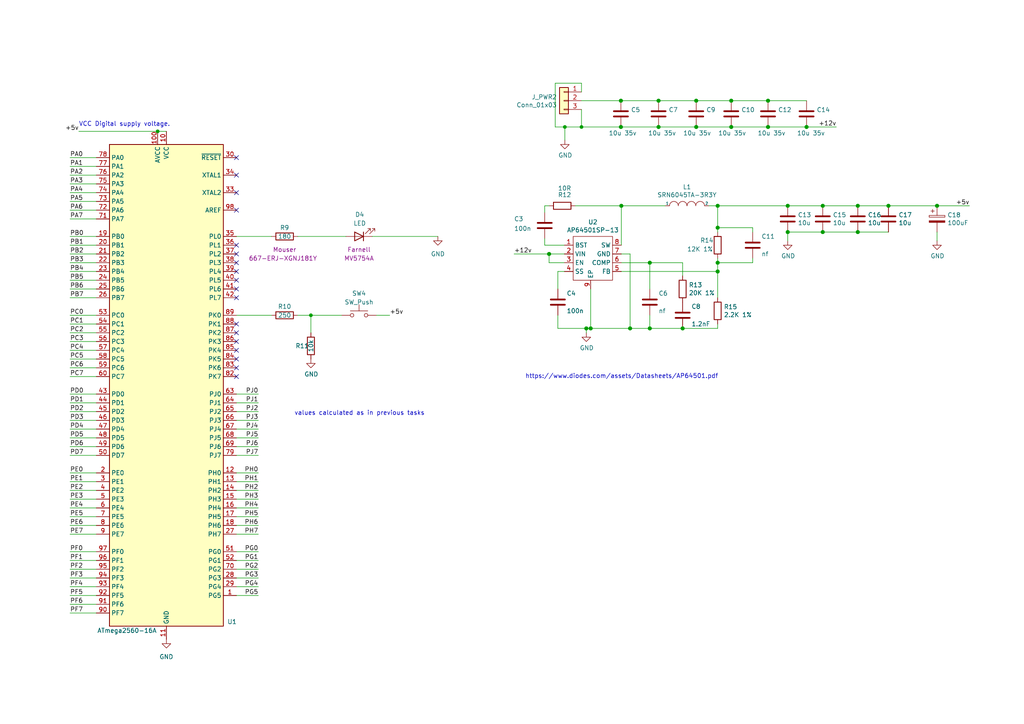
<source format=kicad_sch>
(kicad_sch (version 20210126) (generator eeschema)
  (paper "A4")
  (title_block (title "Basic Schematic 4"))
  (lib_symbols
    (symbol "CM4IO:AP64351"
      (property "Reference" "U" (at 0 8.89 0))
      (property "Value" "AP64351" (at 1.27 6.35 0))
      (symbol "AP64351_0_1"
        (rectangle (start -5.08 5.08) (end 6.35 -7.62))
      )
      (symbol "AP64351_1_1"
        (pin passive line (at -7.62 2.54 0) (length 2.54) (name "BST") (number "1"))
        (pin power_in line (at -7.62 0 0) (length 2.54) (name "VIN") (number "2"))
        (pin input line (at -7.62 -2.54 0) (length 2.54) (name "EN") (number "3"))
        (pin input line (at -7.62 -5.08 0) (length 2.54) (name "SS") (number "4"))
        (pin input line (at 8.89 -5.08 180) (length 2.54) (name "FB") (number "5"))
        (pin input line (at 8.89 -2.54 180) (length 2.54) (name "COMP") (number "6"))
        (pin power_in line (at 8.89 0 180) (length 2.54) (name "GND") (number "7"))
        (pin output line (at 8.89 2.54 180) (length 2.54) (name "SW") (number "8"))
        (pin passive line (at 0 -10.16 90) (length 2.54) (name "EP") (number "9"))
      )
    )
    (symbol "Connector_Generic:Conn_01x03" (pin_names (offset 1.016) hide)
      (property "Reference" "J" (at 0 5.08 0))
      (property "Value" "Conn_01x03" (at 0 -5.08 0))
      (symbol "Conn_01x03_1_1"
        (rectangle (start -1.27 -2.413) (end 0 -2.667) (stroke (width 0.1524)))
        (rectangle (start -1.27 0.127) (end 0 -0.127) (stroke (width 0.1524)))
        (rectangle (start -1.27 2.667) (end 0 2.413) (stroke (width 0.1524)))
        (rectangle (start -1.27 3.81) (end 1.27 -3.81) (stroke (width 0.254)) (fill (type background)))
        (pin passive line (at -5.08 2.54 0) (length 3.81) (name "Pin_1") (number "1"))
        (pin passive line (at -5.08 0 0) (length 3.81) (name "Pin_2") (number "2"))
        (pin passive line (at -5.08 -2.54 0) (length 3.81) (name "Pin_3") (number "3"))
      )
    )
    (symbol "Device:C" (pin_numbers hide) (pin_names (offset 0.254))
      (property "Reference" "C" (at 0.635 2.54 0))
      (property "Value" "C" (at 0.635 -2.54 0))
      (symbol "C_0_1"
        (polyline (pts (xy -2.032 -0.762) (xy 2.032 -0.762)) (stroke (width 0.508)))
        (polyline (pts (xy -2.032 0.762) (xy 2.032 0.762)) (stroke (width 0.508)))
      )
      (symbol "C_1_1"
        (pin passive line (at 0 3.81 270) (length 2.794) (name "~") (number "1"))
        (pin passive line (at 0 -3.81 90) (length 2.794) (name "~") (number "2"))
      )
    )
    (symbol "Device:CP" (pin_numbers hide) (pin_names (offset 0.254))
      (property "Reference" "C" (at 0.635 2.54 0))
      (property "Value" "CP" (at 0.635 -2.54 0))
      (symbol "CP_0_1"
        (rectangle (start -2.286 0.508) (end 2.286 1.016))
        (rectangle (start 2.286 -0.508) (end -2.286 -1.016) (fill (type outline)))
        (polyline (pts (xy -1.778 2.286) (xy -0.762 2.286)))
        (polyline (pts (xy -1.27 2.794) (xy -1.27 1.778)))
      )
      (symbol "CP_1_1"
        (pin passive line (at 0 3.81 270) (length 2.794) (name "~") (number "1"))
        (pin passive line (at 0 -3.81 90) (length 2.794) (name "~") (number "2"))
      )
    )
    (symbol "Device:LED" (pin_numbers hide) (pin_names (offset 1.016) hide)
      (property "Reference" "D" (at 0 2.54 0))
      (property "Value" "LED" (at 0 -2.54 0))
      (symbol "LED_0_1"
        (polyline (pts (xy -1.27 -1.27) (xy -1.27 1.27)) (stroke (width 0.254)))
        (polyline (pts (xy -1.27 0) (xy 1.27 0)))
        (polyline (pts (xy 1.27 -1.27) (xy 1.27 1.27) (xy -1.27 0) (xy 1.27 -1.27)) (stroke (width 0.254)))
        (polyline (pts (xy -3.048 -0.762) (xy -4.572 -2.286) (xy -3.81 -2.286) (xy -4.572 -2.286) (xy -4.572 -1.524)))
        (polyline (pts (xy -1.778 -0.762) (xy -3.302 -2.286) (xy -2.54 -2.286) (xy -3.302 -2.286) (xy -3.302 -1.524)))
      )
      (symbol "LED_1_1"
        (pin passive line (at -3.81 0 0) (length 2.54) (name "K") (number "1"))
        (pin passive line (at 3.81 0 180) (length 2.54) (name "A") (number "2"))
      )
    )
    (symbol "Device:R" (pin_numbers hide) (pin_names (offset 0))
      (property "Reference" "R" (at 2.032 0 90))
      (property "Value" "R" (at 0 0 90))
      (symbol "R_0_1"
        (rectangle (start -1.016 -2.54) (end 1.016 2.54) (stroke (width 0.254)))
      )
      (symbol "R_1_1"
        (pin passive line (at 0 3.81 270) (length 1.27) (name "~") (number "1"))
        (pin passive line (at 0 -3.81 90) (length 1.27) (name "~") (number "2"))
      )
    )
    (symbol "MCU_Microchip_ATmega:ATmega2560-16A"
      (property "Reference" "U" (at 0 1.27 0))
      (property "Value" "ATmega2560-16A" (at 0 -1.27 0))
      (symbol "ATmega2560-16A_0_1"
        (rectangle (start -16.51 -69.85) (end 16.51 69.85) (stroke (width 0.254)) (fill (type background)))
      )
      (symbol "ATmega2560-16A_1_1"
        (pin bidirectional line (at -20.32 -60.96 0) (length 3.81) (name "PG5") (number "1"))
        (pin power_in line (at 0 73.66 270) (length 3.81) (name "VCC") (number "10"))
        (pin power_in line (at 2.54 73.66 270) (length 3.81) (name "AVCC") (number "100"))
        (pin power_in line (at 0 -73.66 90) (length 3.81) (name "GND") (number "11"))
        (pin bidirectional line (at -20.32 -25.4 0) (length 3.81) (name "PH0") (number "12"))
        (pin bidirectional line (at -20.32 -27.94 0) (length 3.81) (name "PH1") (number "13"))
        (pin bidirectional line (at -20.32 -30.48 0) (length 3.81) (name "PH2") (number "14"))
        (pin bidirectional line (at -20.32 -33.02 0) (length 3.81) (name "PH3") (number "15"))
        (pin bidirectional line (at -20.32 -35.56 0) (length 3.81) (name "PH4") (number "16"))
        (pin bidirectional line (at -20.32 -38.1 0) (length 3.81) (name "PH5") (number "17"))
        (pin bidirectional line (at -20.32 -40.64 0) (length 3.81) (name "PH6") (number "18"))
        (pin bidirectional line (at 20.32 43.18 180) (length 3.81) (name "PB0") (number "19"))
        (pin bidirectional line (at 20.32 -25.4 180) (length 3.81) (name "PE0") (number "2"))
        (pin bidirectional line (at 20.32 40.64 180) (length 3.81) (name "PB1") (number "20"))
        (pin bidirectional line (at 20.32 38.1 180) (length 3.81) (name "PB2") (number "21"))
        (pin bidirectional line (at 20.32 35.56 180) (length 3.81) (name "PB3") (number "22"))
        (pin bidirectional line (at 20.32 33.02 180) (length 3.81) (name "PB4") (number "23"))
        (pin bidirectional line (at 20.32 30.48 180) (length 3.81) (name "PB5") (number "24"))
        (pin bidirectional line (at 20.32 27.94 180) (length 3.81) (name "PB6") (number "25"))
        (pin bidirectional line (at 20.32 25.4 180) (length 3.81) (name "PB7") (number "26"))
        (pin bidirectional line (at -20.32 -43.18 0) (length 3.81) (name "PH7") (number "27"))
        (pin bidirectional line (at -20.32 -55.88 0) (length 3.81) (name "PG3") (number "28"))
        (pin bidirectional line (at -20.32 -58.42 0) (length 3.81) (name "PG4") (number "29"))
        (pin bidirectional line (at 20.32 -27.94 180) (length 3.81) (name "PE1") (number "3"))
        (pin input line (at -20.32 66.04 0) (length 3.81) (name "~RESET") (number "30"))
        (pin passive line (at 0 73.66 270) (length 3.81) hide (name "VCC") (number "31"))
        (pin passive line (at 0 -73.66 90) (length 3.81) hide (name "GND") (number "32"))
        (pin output line (at -20.32 55.88 0) (length 3.81) (name "XTAL2") (number "33"))
        (pin input line (at -20.32 60.96 0) (length 3.81) (name "XTAL1") (number "34"))
        (pin bidirectional line (at -20.32 43.18 0) (length 3.81) (name "PL0") (number "35"))
        (pin bidirectional line (at -20.32 40.64 0) (length 3.81) (name "PL1") (number "36"))
        (pin bidirectional line (at -20.32 38.1 0) (length 3.81) (name "PL2") (number "37"))
        (pin bidirectional line (at -20.32 35.56 0) (length 3.81) (name "PL3") (number "38"))
        (pin bidirectional line (at -20.32 33.02 0) (length 3.81) (name "PL4") (number "39"))
        (pin bidirectional line (at 20.32 -30.48 180) (length 3.81) (name "PE2") (number "4"))
        (pin bidirectional line (at -20.32 30.48 0) (length 3.81) (name "PL5") (number "40"))
        (pin bidirectional line (at -20.32 27.94 0) (length 3.81) (name "PL6") (number "41"))
        (pin bidirectional line (at -20.32 25.4 0) (length 3.81) (name "PL7") (number "42"))
        (pin bidirectional line (at 20.32 -2.54 180) (length 3.81) (name "PD0") (number "43"))
        (pin bidirectional line (at 20.32 -5.08 180) (length 3.81) (name "PD1") (number "44"))
        (pin bidirectional line (at 20.32 -7.62 180) (length 3.81) (name "PD2") (number "45"))
        (pin bidirectional line (at 20.32 -10.16 180) (length 3.81) (name "PD3") (number "46"))
        (pin bidirectional line (at 20.32 -12.7 180) (length 3.81) (name "PD4") (number "47"))
        (pin bidirectional line (at 20.32 -15.24 180) (length 3.81) (name "PD5") (number "48"))
        (pin bidirectional line (at 20.32 -17.78 180) (length 3.81) (name "PD6") (number "49"))
        (pin bidirectional line (at 20.32 -33.02 180) (length 3.81) (name "PE3") (number "5"))
        (pin bidirectional line (at 20.32 -20.32 180) (length 3.81) (name "PD7") (number "50"))
        (pin bidirectional line (at -20.32 -48.26 0) (length 3.81) (name "PG0") (number "51"))
        (pin bidirectional line (at -20.32 -50.8 0) (length 3.81) (name "PG1") (number "52"))
        (pin bidirectional line (at 20.32 20.32 180) (length 3.81) (name "PC0") (number "53"))
        (pin bidirectional line (at 20.32 17.78 180) (length 3.81) (name "PC1") (number "54"))
        (pin bidirectional line (at 20.32 15.24 180) (length 3.81) (name "PC2") (number "55"))
        (pin bidirectional line (at 20.32 12.7 180) (length 3.81) (name "PC3") (number "56"))
        (pin bidirectional line (at 20.32 10.16 180) (length 3.81) (name "PC4") (number "57"))
        (pin bidirectional line (at 20.32 7.62 180) (length 3.81) (name "PC5") (number "58"))
        (pin bidirectional line (at 20.32 5.08 180) (length 3.81) (name "PC6") (number "59"))
        (pin bidirectional line (at 20.32 -35.56 180) (length 3.81) (name "PE4") (number "6"))
        (pin bidirectional line (at 20.32 2.54 180) (length 3.81) (name "PC7") (number "60"))
        (pin passive line (at 0 73.66 270) (length 3.81) hide (name "VCC") (number "61"))
        (pin passive line (at 0 -73.66 90) (length 3.81) hide (name "GND") (number "62"))
        (pin bidirectional line (at -20.32 -2.54 0) (length 3.81) (name "PJ0") (number "63"))
        (pin bidirectional line (at -20.32 -5.08 0) (length 3.81) (name "PJ1") (number "64"))
        (pin bidirectional line (at -20.32 -7.62 0) (length 3.81) (name "PJ2") (number "65"))
        (pin bidirectional line (at -20.32 -10.16 0) (length 3.81) (name "PJ3") (number "66"))
        (pin bidirectional line (at -20.32 -12.7 0) (length 3.81) (name "PJ4") (number "67"))
        (pin bidirectional line (at -20.32 -15.24 0) (length 3.81) (name "PJ5") (number "68"))
        (pin bidirectional line (at -20.32 -17.78 0) (length 3.81) (name "PJ6") (number "69"))
        (pin bidirectional line (at 20.32 -38.1 180) (length 3.81) (name "PE5") (number "7"))
        (pin bidirectional line (at -20.32 -53.34 0) (length 3.81) (name "PG2") (number "70"))
        (pin bidirectional line (at 20.32 48.26 180) (length 3.81) (name "PA7") (number "71"))
        (pin bidirectional line (at 20.32 50.8 180) (length 3.81) (name "PA6") (number "72"))
        (pin bidirectional line (at 20.32 53.34 180) (length 3.81) (name "PA5") (number "73"))
        (pin bidirectional line (at 20.32 55.88 180) (length 3.81) (name "PA4") (number "74"))
        (pin bidirectional line (at 20.32 58.42 180) (length 3.81) (name "PA3") (number "75"))
        (pin bidirectional line (at 20.32 60.96 180) (length 3.81) (name "PA2") (number "76"))
        (pin bidirectional line (at 20.32 63.5 180) (length 3.81) (name "PA1") (number "77"))
        (pin bidirectional line (at 20.32 66.04 180) (length 3.81) (name "PA0") (number "78"))
        (pin bidirectional line (at -20.32 -20.32 0) (length 3.81) (name "PJ7") (number "79"))
        (pin bidirectional line (at 20.32 -40.64 180) (length 3.81) (name "PE6") (number "8"))
        (pin passive line (at 0 73.66 270) (length 3.81) hide (name "VCC") (number "80"))
        (pin passive line (at 0 -73.66 90) (length 3.81) hide (name "GND") (number "81"))
        (pin bidirectional line (at -20.32 2.54 0) (length 3.81) (name "PK7") (number "82"))
        (pin bidirectional line (at -20.32 5.08 0) (length 3.81) (name "PK6") (number "83"))
        (pin bidirectional line (at -20.32 7.62 0) (length 3.81) (name "PK5") (number "84"))
        (pin bidirectional line (at -20.32 10.16 0) (length 3.81) (name "PK4") (number "85"))
        (pin bidirectional line (at -20.32 12.7 0) (length 3.81) (name "PK3") (number "86"))
        (pin bidirectional line (at -20.32 15.24 0) (length 3.81) (name "PK2") (number "87"))
        (pin bidirectional line (at -20.32 17.78 0) (length 3.81) (name "PK1") (number "88"))
        (pin bidirectional line (at -20.32 20.32 0) (length 3.81) (name "PK0") (number "89"))
        (pin bidirectional line (at 20.32 -43.18 180) (length 3.81) (name "PE7") (number "9"))
        (pin bidirectional line (at 20.32 -66.04 180) (length 3.81) (name "PF7") (number "90"))
        (pin bidirectional line (at 20.32 -63.5 180) (length 3.81) (name "PF6") (number "91"))
        (pin bidirectional line (at 20.32 -60.96 180) (length 3.81) (name "PF5") (number "92"))
        (pin bidirectional line (at 20.32 -58.42 180) (length 3.81) (name "PF4") (number "93"))
        (pin bidirectional line (at 20.32 -55.88 180) (length 3.81) (name "PF3") (number "94"))
        (pin bidirectional line (at 20.32 -53.34 180) (length 3.81) (name "PF2") (number "95"))
        (pin bidirectional line (at 20.32 -50.8 180) (length 3.81) (name "PF1") (number "96"))
        (pin bidirectional line (at 20.32 -48.26 180) (length 3.81) (name "PF0") (number "97"))
        (pin passive line (at -20.32 50.8 0) (length 3.81) (name "AREF") (number "98"))
        (pin passive line (at 0 -73.66 90) (length 3.81) hide (name "GND") (number "99"))
      )
    )
    (symbol "Switch:SW_Push" (pin_numbers hide) (pin_names (offset 1.016) hide)
      (property "Reference" "SW" (at 1.27 2.54 0))
      (property "Value" "SW_Push" (at 0 -1.524 0))
      (symbol "SW_Push_0_1"
        (circle (center -2.032 0) (radius 0.508))
        (circle (center 2.032 0) (radius 0.508))
        (polyline (pts (xy 0 1.27) (xy 0 3.048)))
        (polyline (pts (xy 2.54 1.27) (xy -2.54 1.27)))
        (pin passive line (at -5.08 0 0) (length 2.54) (name "1") (number "1"))
        (pin passive line (at 5.08 0 180) (length 2.54) (name "2") (number "2"))
      )
    )
    (symbol "power:GND" (power) (pin_names (offset 0))
      (property "Value" "GND" (at 0 -3.81 0))
      (symbol "GND_0_1"
        (polyline (pts (xy 0 0) (xy 0 -1.27) (xy 1.27 -1.27) (xy 0 -2.54) (xy -1.27 -1.27) (xy 0 -1.27)))
      )
      (symbol "GND_1_1"
        (pin power_in line (at 0 0 270) (length 0) hide (name "GND") (number "1"))
      )
    )
    (symbol "pspice:INDUCTOR" (pin_numbers hide) (pin_names (offset 0))
      (property "Reference" "L" (at 0 2.54 0))
      (property "Value" "INDUCTOR" (at 0 -1.27 0))
      (symbol "INDUCTOR_0_1"
        (arc (start -2.54 0) (end -5.08 0) (radius (at -3.81 0) (length 1.27) (angles 0.1 179.9)))
        (arc (start 0 0) (end -2.54 0) (radius (at -1.27 0) (length 1.27) (angles 0.1 179.9)))
        (arc (start 2.54 0) (end 0 0) (radius (at 1.27 0) (length 1.27) (angles 0.1 179.9)))
        (arc (start 5.08 0) (end 2.54 0) (radius (at 3.81 0) (length 1.27) (angles 0.1 179.9)))
      )
      (symbol "INDUCTOR_1_1"
        (pin input line (at -6.35 0 0) (length 1.27) (name "1") (number "1"))
        (pin input line (at 6.35 0 180) (length 1.27) (name "2") (number "2"))
      )
    )
  )
  (junction (at 45.72 38.1) (diameter 0.9144))
  (junction (at 90.17 91.44) (diameter 0.9144))
  (junction (at 159.258 73.66) (diameter 1.016))
  (junction (at 163.83 36.83) (diameter 0.9144))
  (junction (at 168.656 36.83) (diameter 0.9144))
  (junction (at 170.053 95.25) (diameter 1.016))
  (junction (at 171.323 95.25) (diameter 1.016))
  (junction (at 180.086 29.21) (diameter 1.016))
  (junction (at 180.086 36.83) (diameter 1.016))
  (junction (at 180.213 59.69) (diameter 1.016))
  (junction (at 182.753 95.25) (diameter 1.016))
  (junction (at 188.468 76.2) (diameter 1.016))
  (junction (at 188.468 95.25) (diameter 1.016))
  (junction (at 191.008 29.21) (diameter 1.016))
  (junction (at 191.008 36.83) (diameter 1.016))
  (junction (at 197.993 95.25) (diameter 1.016))
  (junction (at 201.93 29.21) (diameter 1.016))
  (junction (at 201.93 36.83) (diameter 1.016))
  (junction (at 208.153 59.69) (diameter 1.016))
  (junction (at 208.153 66.04) (diameter 1.016))
  (junction (at 208.153 76.2) (diameter 1.016))
  (junction (at 208.153 78.74) (diameter 1.016))
  (junction (at 212.09 29.21) (diameter 1.016))
  (junction (at 212.09 36.83) (diameter 1.016))
  (junction (at 222.758 29.21) (diameter 1.016))
  (junction (at 222.758 36.83) (diameter 1.016))
  (junction (at 228.473 59.69) (diameter 1.016))
  (junction (at 228.473 67.31) (diameter 1.016))
  (junction (at 233.934 36.83) (diameter 1.016))
  (junction (at 238.633 59.69) (diameter 1.016))
  (junction (at 238.633 67.31) (diameter 1.016))
  (junction (at 248.793 59.69) (diameter 1.016))
  (junction (at 248.793 67.31) (diameter 1.016))
  (junction (at 257.683 59.69) (diameter 1.016))
  (junction (at 271.78 59.69) (diameter 1.016))
  (no_connect (at 68.58 45.72))
  (no_connect (at 68.58 50.8))
  (no_connect (at 68.58 55.88))
  (no_connect (at 68.58 60.96))
  (no_connect (at 68.58 71.12))
  (no_connect (at 68.58 73.66))
  (no_connect (at 68.58 76.2))
  (no_connect (at 68.58 78.74))
  (no_connect (at 68.58 81.28))
  (no_connect (at 68.58 83.82))
  (no_connect (at 68.58 86.36))
  (no_connect (at 68.58 93.98))
  (no_connect (at 68.58 96.52))
  (no_connect (at 68.58 99.06))
  (no_connect (at 68.58 101.6))
  (no_connect (at 68.58 104.14))
  (no_connect (at 68.58 106.68))
  (no_connect (at 68.58 109.22))
  (wire (pts (xy 27.94 45.72) (xy 20.32 45.72)))
  (wire (pts (xy 27.94 48.26) (xy 20.32 48.26)))
  (wire (pts (xy 27.94 50.8) (xy 20.32 50.8)))
  (wire (pts (xy 27.94 53.34) (xy 20.32 53.34)))
  (wire (pts (xy 27.94 55.88) (xy 20.32 55.88)))
  (wire (pts (xy 27.94 58.42) (xy 20.32 58.42)))
  (wire (pts (xy 27.94 60.96) (xy 20.32 60.96)))
  (wire (pts (xy 27.94 63.5) (xy 20.32 63.5)))
  (wire (pts (xy 27.94 68.58) (xy 20.32 68.58)))
  (wire (pts (xy 27.94 71.12) (xy 20.32 71.12)))
  (wire (pts (xy 27.94 73.66) (xy 20.32 73.66)))
  (wire (pts (xy 27.94 76.2) (xy 20.32 76.2)))
  (wire (pts (xy 27.94 78.74) (xy 20.32 78.74)))
  (wire (pts (xy 27.94 81.28) (xy 20.32 81.28)))
  (wire (pts (xy 27.94 83.82) (xy 20.32 83.82)))
  (wire (pts (xy 27.94 86.36) (xy 20.32 86.36)))
  (wire (pts (xy 27.94 91.44) (xy 20.32 91.44)))
  (wire (pts (xy 27.94 93.98) (xy 20.32 93.98)))
  (wire (pts (xy 27.94 96.52) (xy 20.32 96.52)))
  (wire (pts (xy 27.94 99.06) (xy 20.32 99.06)))
  (wire (pts (xy 27.94 101.6) (xy 20.32 101.6)))
  (wire (pts (xy 27.94 104.14) (xy 20.32 104.14)))
  (wire (pts (xy 27.94 106.68) (xy 20.32 106.68)))
  (wire (pts (xy 27.94 109.22) (xy 20.32 109.22)))
  (wire (pts (xy 27.94 114.3) (xy 20.32 114.3)))
  (wire (pts (xy 27.94 116.84) (xy 20.32 116.84)))
  (wire (pts (xy 27.94 119.38) (xy 20.32 119.38)))
  (wire (pts (xy 27.94 121.92) (xy 20.32 121.92)))
  (wire (pts (xy 27.94 124.46) (xy 20.32 124.46)))
  (wire (pts (xy 27.94 127) (xy 20.32 127)))
  (wire (pts (xy 27.94 129.54) (xy 20.32 129.54)))
  (wire (pts (xy 27.94 132.08) (xy 20.32 132.08)))
  (wire (pts (xy 27.94 137.16) (xy 20.32 137.16)))
  (wire (pts (xy 27.94 139.7) (xy 20.32 139.7)))
  (wire (pts (xy 27.94 142.24) (xy 20.32 142.24)))
  (wire (pts (xy 27.94 144.78) (xy 20.32 144.78)))
  (wire (pts (xy 27.94 147.32) (xy 20.32 147.32)))
  (wire (pts (xy 27.94 149.86) (xy 20.32 149.86)))
  (wire (pts (xy 27.94 152.4) (xy 20.32 152.4)))
  (wire (pts (xy 27.94 154.94) (xy 20.32 154.94)))
  (wire (pts (xy 27.94 160.02) (xy 20.32 160.02)))
  (wire (pts (xy 27.94 162.56) (xy 20.32 162.56)))
  (wire (pts (xy 27.94 165.1) (xy 20.32 165.1)))
  (wire (pts (xy 27.94 167.64) (xy 20.32 167.64)))
  (wire (pts (xy 27.94 170.18) (xy 20.32 170.18)))
  (wire (pts (xy 27.94 172.72) (xy 20.32 172.72)))
  (wire (pts (xy 27.94 175.26) (xy 20.32 175.26)))
  (wire (pts (xy 27.94 177.8) (xy 20.32 177.8)))
  (wire (pts (xy 45.72 38.1) (xy 22.86 38.1)))
  (wire (pts (xy 45.72 38.1) (xy 48.26 38.1)))
  (wire (pts (xy 68.58 68.58) (xy 78.74 68.58)))
  (wire (pts (xy 68.58 91.44) (xy 78.74 91.44)))
  (wire (pts (xy 68.58 114.3) (xy 74.93 114.3)))
  (wire (pts (xy 68.58 116.84) (xy 74.93 116.84)))
  (wire (pts (xy 68.58 119.38) (xy 74.93 119.38)))
  (wire (pts (xy 68.58 121.92) (xy 74.93 121.92)))
  (wire (pts (xy 68.58 124.46) (xy 74.93 124.46)))
  (wire (pts (xy 68.58 127) (xy 74.93 127)))
  (wire (pts (xy 68.58 129.54) (xy 74.93 129.54)))
  (wire (pts (xy 68.58 132.08) (xy 74.93 132.08)))
  (wire (pts (xy 68.58 137.16) (xy 74.93 137.16)))
  (wire (pts (xy 68.58 139.7) (xy 74.93 139.7)))
  (wire (pts (xy 68.58 142.24) (xy 74.93 142.24)))
  (wire (pts (xy 68.58 144.78) (xy 74.93 144.78)))
  (wire (pts (xy 68.58 147.32) (xy 74.93 147.32)))
  (wire (pts (xy 68.58 149.86) (xy 74.93 149.86)))
  (wire (pts (xy 68.58 152.4) (xy 74.93 152.4)))
  (wire (pts (xy 68.58 154.94) (xy 74.93 154.94)))
  (wire (pts (xy 68.58 160.02) (xy 74.93 160.02)))
  (wire (pts (xy 68.58 162.56) (xy 74.93 162.56)))
  (wire (pts (xy 68.58 165.1) (xy 74.93 165.1)))
  (wire (pts (xy 68.58 167.64) (xy 74.93 167.64)))
  (wire (pts (xy 68.58 170.18) (xy 74.93 170.18)))
  (wire (pts (xy 68.58 172.72) (xy 74.93 172.72)))
  (wire (pts (xy 86.36 68.58) (xy 100.33 68.58)))
  (wire (pts (xy 86.36 91.44) (xy 90.17 91.44)))
  (wire (pts (xy 90.17 91.44) (xy 90.17 96.52)))
  (wire (pts (xy 90.17 91.44) (xy 99.06 91.44)))
  (wire (pts (xy 107.95 68.58) (xy 127 68.58)))
  (wire (pts (xy 109.22 91.44) (xy 113.03 91.44)))
  (wire (pts (xy 149.098 73.66) (xy 159.258 73.66)))
  (wire (pts (xy 157.988 59.69) (xy 159.258 59.69)))
  (wire (pts (xy 157.988 61.595) (xy 157.988 59.69)))
  (wire (pts (xy 157.988 69.215) (xy 157.988 71.12)))
  (wire (pts (xy 157.988 71.12) (xy 163.703 71.12)))
  (wire (pts (xy 159.258 73.66) (xy 159.258 76.2)))
  (wire (pts (xy 159.258 73.66) (xy 163.703 73.66)))
  (wire (pts (xy 159.258 76.2) (xy 163.703 76.2)))
  (wire (pts (xy 161.036 24.13) (xy 161.036 36.83)))
  (wire (pts (xy 161.036 36.83) (xy 163.83 36.83)))
  (wire (pts (xy 161.798 78.74) (xy 161.798 83.82)))
  (wire (pts (xy 161.798 91.44) (xy 161.798 95.25)))
  (wire (pts (xy 161.798 95.25) (xy 170.053 95.25)))
  (wire (pts (xy 163.703 78.74) (xy 161.798 78.74)))
  (wire (pts (xy 163.83 36.83) (xy 163.83 40.64)))
  (wire (pts (xy 163.83 36.83) (xy 168.656 36.83)))
  (wire (pts (xy 166.878 59.69) (xy 180.213 59.69)))
  (wire (pts (xy 168.656 24.13) (xy 161.036 24.13)))
  (wire (pts (xy 168.656 26.67) (xy 168.656 24.13)))
  (wire (pts (xy 168.656 29.21) (xy 180.086 29.21)))
  (wire (pts (xy 168.656 36.83) (xy 168.656 31.75)))
  (wire (pts (xy 168.656 36.83) (xy 180.086 36.83)))
  (wire (pts (xy 170.053 95.25) (xy 171.323 95.25)))
  (wire (pts (xy 170.053 96.52) (xy 170.053 95.25)))
  (wire (pts (xy 171.323 83.82) (xy 171.323 95.25)))
  (wire (pts (xy 171.323 95.25) (xy 182.753 95.25)))
  (wire (pts (xy 180.086 29.21) (xy 191.008 29.21)))
  (wire (pts (xy 180.086 36.83) (xy 191.008 36.83)))
  (wire (pts (xy 180.213 59.69) (xy 180.213 71.12)))
  (wire (pts (xy 180.213 59.69) (xy 192.913 59.69)))
  (wire (pts (xy 180.213 73.66) (xy 182.753 73.66)))
  (wire (pts (xy 180.213 76.2) (xy 188.468 76.2)))
  (wire (pts (xy 180.213 78.74) (xy 208.153 78.74)))
  (wire (pts (xy 182.753 73.66) (xy 182.753 95.25)))
  (wire (pts (xy 182.753 95.25) (xy 188.468 95.25)))
  (wire (pts (xy 188.468 76.2) (xy 188.468 83.82)))
  (wire (pts (xy 188.468 76.2) (xy 197.993 76.2)))
  (wire (pts (xy 188.468 91.44) (xy 188.468 95.25)))
  (wire (pts (xy 188.468 95.25) (xy 197.993 95.25)))
  (wire (pts (xy 191.008 29.21) (xy 201.93 29.21)))
  (wire (pts (xy 191.008 36.83) (xy 201.93 36.83)))
  (wire (pts (xy 197.993 80.01) (xy 197.993 76.2)))
  (wire (pts (xy 197.993 95.25) (xy 208.153 95.25)))
  (wire (pts (xy 201.93 29.21) (xy 212.09 29.21)))
  (wire (pts (xy 201.93 36.83) (xy 212.09 36.83)))
  (wire (pts (xy 205.613 59.69) (xy 208.153 59.69)))
  (wire (pts (xy 208.153 59.69) (xy 208.153 66.04)))
  (wire (pts (xy 208.153 59.69) (xy 228.473 59.69)))
  (wire (pts (xy 208.153 66.04) (xy 208.153 67.31)))
  (wire (pts (xy 208.153 66.04) (xy 218.313 66.04)))
  (wire (pts (xy 208.153 74.93) (xy 208.153 76.2)))
  (wire (pts (xy 208.153 76.2) (xy 208.153 78.74)))
  (wire (pts (xy 208.153 76.2) (xy 218.313 76.2)))
  (wire (pts (xy 208.153 78.74) (xy 208.153 86.36)))
  (wire (pts (xy 208.153 95.25) (xy 208.153 93.98)))
  (wire (pts (xy 212.09 29.21) (xy 222.758 29.21)))
  (wire (pts (xy 212.09 36.83) (xy 222.758 36.83)))
  (wire (pts (xy 218.313 66.04) (xy 218.313 67.31)))
  (wire (pts (xy 218.313 76.2) (xy 218.313 74.93)))
  (wire (pts (xy 222.758 29.21) (xy 233.934 29.21)))
  (wire (pts (xy 222.758 36.83) (xy 233.934 36.83)))
  (wire (pts (xy 228.473 59.69) (xy 238.633 59.69)))
  (wire (pts (xy 228.473 67.31) (xy 228.473 69.85)))
  (wire (pts (xy 233.934 36.83) (xy 242.57 36.83)))
  (wire (pts (xy 238.633 59.69) (xy 248.793 59.69)))
  (wire (pts (xy 238.633 67.31) (xy 228.473 67.31)))
  (wire (pts (xy 248.793 59.69) (xy 257.683 59.69)))
  (wire (pts (xy 248.793 67.31) (xy 238.633 67.31)))
  (wire (pts (xy 257.683 59.69) (xy 271.78 59.69)))
  (wire (pts (xy 257.683 67.31) (xy 248.793 67.31)))
  (wire (pts (xy 271.78 59.69) (xy 281.178 59.69)))
  (wire (pts (xy 271.78 67.31) (xy 271.78 69.85)))
  (text "VCC Digital supply voltage." (at 22.86 36.83 0) (effects (font (size 1.27 1.27)) (justify left bottom)))
  (text "values calculated as in previous tasks\n" (at 123.19 120.65 180) (effects (font (size 1.27 1.27)) (justify right bottom)))
  (text "https://www.diodes.com/assets/Datasheets/AP64501.pdf" (at 180.34 109.22 0) (effects (font (size 1.27 1.27))))
  (label "PA0" (at 20.32 45.72 0))
  (label "PA1" (at 20.32 48.26 0))
  (label "PA2" (at 20.32 50.8 0))
  (label "PA3" (at 20.32 53.34 0))
  (label "PA4" (at 20.32 55.88 0))
  (label "PA5" (at 20.32 58.42 0))
  (label "PA6" (at 20.32 60.96 0))
  (label "PA7" (at 20.32 63.5 0))
  (label "PB0" (at 20.32 68.58 0))
  (label "PB1" (at 20.32 71.12 0))
  (label "PB2" (at 20.32 73.66 0))
  (label "PB3" (at 20.32 76.2 0))
  (label "PB4" (at 20.32 78.74 0))
  (label "PB5" (at 20.32 81.28 0))
  (label "PB6" (at 20.32 83.82 0))
  (label "PB7" (at 20.32 86.36 0))
  (label "PC0" (at 20.32 91.44 0))
  (label "PC1" (at 20.32 93.98 0))
  (label "PC2" (at 20.32 96.52 0))
  (label "PC3" (at 20.32 99.06 0))
  (label "PC4" (at 20.32 101.6 0))
  (label "PC5" (at 20.32 104.14 0))
  (label "PC6" (at 20.32 106.68 0))
  (label "PC7" (at 20.32 109.22 0))
  (label "PD0" (at 20.32 114.3 0))
  (label "PD1" (at 20.32 116.84 0))
  (label "PD2" (at 20.32 119.38 0))
  (label "PD3" (at 20.32 121.92 0))
  (label "PD4" (at 20.32 124.46 0))
  (label "PD5" (at 20.32 127 0))
  (label "PD6" (at 20.32 129.54 0))
  (label "PD7" (at 20.32 132.08 0))
  (label "PE0" (at 20.32 137.16 0))
  (label "PE1" (at 20.32 139.7 0))
  (label "PE2" (at 20.32 142.24 0))
  (label "PE3" (at 20.32 144.78 0))
  (label "PE4" (at 20.32 147.32 0))
  (label "PE5" (at 20.32 149.86 0))
  (label "PE6" (at 20.32 152.4 0))
  (label "PE7" (at 20.32 154.94 0))
  (label "PF0" (at 20.32 160.02 0))
  (label "PF1" (at 20.32 162.56 0))
  (label "PF2" (at 20.32 165.1 0))
  (label "PF3" (at 20.32 167.64 0))
  (label "PF4" (at 20.32 170.18 0))
  (label "PF5" (at 20.32 172.72 0))
  (label "PF6" (at 20.32 175.26 0))
  (label "PF7" (at 20.32 177.8 0))
  (label "+5v" (at 22.86 38.1 180))
  (label "PJ0" (at 74.93 114.3 180))
  (label "PJ1" (at 74.93 116.84 180))
  (label "PJ2" (at 74.93 119.38 180))
  (label "PJ3" (at 74.93 121.92 180))
  (label "PJ4" (at 74.93 124.46 180))
  (label "PJ5" (at 74.93 127 180))
  (label "PJ6" (at 74.93 129.54 180))
  (label "PJ7" (at 74.93 132.08 180))
  (label "PH0" (at 74.93 137.16 180))
  (label "PH1" (at 74.93 139.7 180))
  (label "PH2" (at 74.93 142.24 180))
  (label "PH3" (at 74.93 144.78 180))
  (label "PH4" (at 74.93 147.32 180))
  (label "PH5" (at 74.93 149.86 180))
  (label "PH6" (at 74.93 152.4 180))
  (label "PH7" (at 74.93 154.94 180))
  (label "PG0" (at 74.93 160.02 180))
  (label "PG1" (at 74.93 162.56 180))
  (label "PG2" (at 74.93 165.1 180))
  (label "PG3" (at 74.93 167.64 180))
  (label "PG4" (at 74.93 170.18 180))
  (label "PG5" (at 74.93 172.72 180))
  (label "+5v" (at 113.03 91.44 0))
  (label "+12v" (at 149.098 73.66 0))
  (label "+12v" (at 242.57 36.83 180))
  (label "+5v" (at 281.178 59.69 180))
  (symbol (lib_id "power:GND") (at 48.26 185.42 0) (unit 1)
    (property "Reference" "#PWR0101" (effects hide))
    (property "Value" "GND" (at 48.26 190.5 0))
  )
  (symbol (lib_id "power:GND") (at 90.17 104.14 0) (unit 1)
    (property "Reference" "#PWR0102" (effects hide))
    (property "Value" "GND" (at 90.297 108.5342 0))
  )
  (symbol (lib_id "power:GND") (at 127 68.58 0) (unit 1)
    (property "Reference" "#PWR0107" (effects hide))
    (property "Value" "GND" (at 127 73.66 0))
  )
  (symbol (lib_id "power:GND") (at 163.83 40.64 0) (unit 1)
    (property "Reference" "#PWR0106" (effects hide))
    (property "Value" "GND" (at 163.957 45.0342 0))
  )
  (symbol (lib_id "power:GND") (at 170.053 96.52 0) (unit 1)
    (property "Reference" "#PWR0105" (effects hide))
    (property "Value" "GND" (at 170.18 100.9142 0))
  )
  (symbol (lib_id "power:GND") (at 228.473 69.85 0) (unit 1)
    (property "Reference" "#PWR0104" (effects hide))
    (property "Value" "GND" (at 228.6 74.2442 0))
  )
  (symbol (lib_id "power:GND") (at 271.78 69.85 0) (unit 1)
    (property "Reference" "#PWR0103" (effects hide))
    (property "Value" "GND" (at 271.907 74.2442 0))
  )
  (symbol (lib_id "Device:R") (at 82.55 68.58 90) (unit 1)
    (property "Reference" "R9" (at 82.55 66.04 90))
    (property "Value" "180" (at 82.55 68.58 90))
    (property "Datasheet" "https://cz.mouser.com/datasheet/2/315/AOA0000C301-1488782.pdf" (effects hide))
    (property "MouserNr" "667-ERJ-XGNJ181Y " (at 82.55 74.93 90))
    (property "Manufacturer" "Mouser" (at 82.55 72.39 90))
  )
  (symbol (lib_id "Device:R") (at 82.55 91.44 270) (mirror x) (unit 1)
    (property "Reference" "R10" (at 82.55 88.9 90))
    (property "Value" "250" (at 82.55 91.44 90))
  )
  (symbol (lib_id "Device:R") (at 90.17 100.33 180) (unit 1)
    (property "Reference" "R11" (at 87.63 100.33 0))
    (property "Value" "10k" (at 90.17 100.33 90))
  )
  (symbol (lib_id "Device:R") (at 163.068 59.69 270) (unit 1)
    (property "Reference" "R12" (at 161.798 56.515 90) (effects (justify left)))
    (property "Value" "10R" (at 161.798 54.61 90) (effects (justify left)))
    (property "Footprint" "Resistor_SMD:R_0402_1005Metric" (effects hide))
    (property "Datasheet" "https://fscdn.rohm.com/en/products/databook/datasheet/passive/resistor/chip_resistor/mcr-e.pdf" (effects hide))
    (property "Field4" "Farnell" (effects hide))
    (property "Field5" "9238999" (effects hide))
    (property "Field7" "Yageo" (effects hide))
    (property "Field6" "RC0402FR-0710RL" (effects hide))
    (property "Field8" "URES00256" (effects hide))
    (property "Part Description" "Resistor 10R M1005 1% 63mW" (effects hide))
  )
  (symbol (lib_id "Device:R") (at 197.993 83.82 0) (unit 1)
    (property "Reference" "R13" (at 199.771 82.6516 0) (effects (justify left)))
    (property "Value" "20K 1%" (at 199.771 84.963 0) (effects (justify left)))
    (property "Footprint" "Resistor_SMD:R_0402_1005Metric" (effects hide))
    (property "Datasheet" "https://fscdn.rohm.com/en/products/databook/datasheet/passive/resistor/chip_resistor/mcr-e.pdf" (effects hide))
    (property "Field4" "Farnell" (effects hide))
    (property "Field5" "2331485" (effects hide))
    (property "Field7" "KOA EUROPE GMBH" (effects hide))
    (property "Field6" "RK73H1ETTP2002F" (effects hide))
    (property "Part Description" "Resistor 20K M1005 1% 63mW" (effects hide))
  )
  (symbol (lib_id "Device:R") (at 208.153 71.12 0) (unit 1)
    (property "Reference" "R14" (at 203.073 69.723 0) (effects (justify left)))
    (property "Value" "12K 1%" (at 199.263 72.263 0) (effects (justify left)))
    (property "Footprint" "Resistor_SMD:R_0402_1005Metric" (effects hide))
    (property "Datasheet" "https://fscdn.rohm.com/en/products/databook/datasheet/passive/resistor/chip_resistor/mcr-e.pdf" (effects hide))
    (property "Field4" "Farnell" (effects hide))
    (property "Field5" "9239367" (effects hide))
    (property "Field7" "Rohm" (effects hide))
    (property "Field6" "MCR01MZPF1202" (effects hide))
    (property "Part Description" "Resistor 12K M1005 1% 63mW" (effects hide))
  )
  (symbol (lib_id "Device:R") (at 208.153 90.17 0) (unit 1)
    (property "Reference" "R15" (at 209.931 89.0016 0) (effects (justify left)))
    (property "Value" "2.2K 1%" (at 209.931 91.313 0) (effects (justify left)))
    (property "Footprint" "Resistor_SMD:R_0402_1005Metric" (effects hide))
    (property "Datasheet" "https://fscdn.rohm.com/en/products/databook/datasheet/passive/resistor/chip_resistor/mcr-e.pdf" (effects hide))
    (property "Field4" "Farnell" (effects hide))
    (property "Field5" "9239278" (effects hide))
    (property "Field6" "RK73G1ETQTP2201D         " (effects hide))
    (property "Field7" "KOA EUROPE GMBH" (effects hide))
    (property "Part Description" "Resistor 2.2K M1005 1% 63mW" (effects hide))
    (property "Field8" "120889581" (effects hide))
  )
  (symbol (lib_id "pspice:INDUCTOR") (at 199.263 59.69 0) (unit 1)
    (property "Reference" "L1" (at 199.263 54.229 0))
    (property "Value" "SRN6045TA-3R3Y" (at 199.263 56.5404 0))
    (property "Footprint" "Inductor_SMD:L_Bourns_SRN6045TA" (effects hide))
    (property "Datasheet" "https://www.bourns.com/docs/Product-Datasheets/SRN6045TA.pdf" (effects hide))
    (property "Field4" "Farnell" (effects hide))
    (property "Field5" "2616889" (effects hide))
    (property "Field6" "SRN6045TA-3R3Y" (effects hide))
    (property "Field7" "Bourns" (effects hide))
    (property "Part Description" "3.3µH Semi-Shielded Wirewound Inductor 7.8A 21mOhm Nonstandard" (effects hide))
  )
  (symbol (lib_id "Device:LED") (at 104.14 68.58 180) (unit 1)
    (property "Reference" "D4" (at 104.3305 62.23 0))
    (property "Value" "LED" (at 104.3305 64.77 0))
    (property "Datasheet" "http://www.farnell.com/datasheets/1498852.pdf" (effects hide))
    (property "Manufacturer" "Farnell" (at 104.14 72.39 0))
    (property "Part" "MV5754A" (at 104.14 74.93 0))
  )
  (symbol (lib_id "Device:C") (at 157.988 65.405 0) (unit 1)
    (property "Reference" "C3" (at 149.098 63.5 0) (effects (justify left)))
    (property "Value" "100n" (at 149.098 66.294 0) (effects (justify left)))
    (property "Footprint" "Capacitor_SMD:C_0402_1005Metric" (effects hide))
    (property "Datasheet" "https://search.murata.co.jp/Ceramy/image/img/A01X/G101/ENG/GRM155R71C104KA88-01.pdf" (effects hide))
    (property "Field4" "Farnell" (effects hide))
    (property "Field5" "2611911" (effects hide))
    (property "Field6" "RM EMK105 B7104KV-F" (effects hide))
    (property "Field7" "TAIYO YUDEN EUROPE GMBH" (effects hide))
    (property "Part Description" "	0.1uF 10% 16V Ceramic Capacitor X7R 0402 (1005 Metric)" (effects hide))
    (property "Field8" "110091611" (effects hide))
  )
  (symbol (lib_id "Device:C") (at 161.798 87.63 0) (unit 1)
    (property "Reference" "C4" (at 164.338 85.09 0) (effects (justify left)))
    (property "Value" "100n" (at 164.338 90.17 0) (effects (justify left)))
    (property "Footprint" "Capacitor_SMD:C_0402_1005Metric" (effects hide))
    (property "Datasheet" "https://search.murata.co.jp/Ceramy/image/img/A01X/G101/ENG/GRM155R71C104KA88-01.pdf" (effects hide))
    (property "Field4" "Farnell" (effects hide))
    (property "Field5" "2611911" (effects hide))
    (property "Field6" "RM EMK105 B7104KV-F" (effects hide))
    (property "Field7" "TAIYO YUDEN EUROPE GMBH" (effects hide))
    (property "Part Description" "	0.1uF 10% 16V Ceramic Capacitor X7R 0402 (1005 Metric)" (effects hide))
    (property "Field8" "110091611" (effects hide))
  )
  (symbol (lib_id "Device:C") (at 180.086 33.02 0) (unit 1)
    (property "Reference" "C5" (at 183.007 31.8516 0) (effects (justify left)))
    (property "Value" "10u 35v" (at 176.53 38.608 0) (effects (justify left)))
    (property "Footprint" "Capacitor_SMD:C_0805_2012Metric" (effects hide))
    (property "Datasheet" "https://www.murata.com/en-global/products/productdetail.aspx?partno=GRM21BC8YA106ME11%23" (effects hide))
    (property "Field5" "490-10505-1-ND" (effects hide))
    (property "Field4" "Digikey" (effects hide))
    (property "Field6" "GRM21BC8YA106KE11L " (effects hide))
    (property "Field7" "Murata" (effects hide))
    (property "Part Description" "	10uF 10% or 20% 35V Ceramic Capacitor X6S 0805 (2012 Metric)" (effects hide))
  )
  (symbol (lib_id "Device:C") (at 188.468 87.63 0) (unit 1)
    (property "Reference" "C6" (at 191.008 85.09 0) (effects (justify left)))
    (property "Value" "nf" (at 191.008 90.17 0) (effects (justify left)))
    (property "Footprint" "Capacitor_SMD:C_0402_1005Metric" (effects hide))
  )
  (symbol (lib_id "Device:C") (at 191.008 33.02 0) (unit 1)
    (property "Reference" "C7" (at 193.929 31.8516 0) (effects (justify left)))
    (property "Value" "10u 35v" (at 187.96 38.608 0) (effects (justify left)))
    (property "Footprint" "Capacitor_SMD:C_0805_2012Metric" (effects hide))
    (property "Datasheet" "https://www.murata.com/en-global/products/productdetail.aspx?partno=GRM21BC8YA106ME11%23" (effects hide))
    (property "Field5" "490-10505-1-ND" (effects hide))
    (property "Field4" "Digikey" (effects hide))
    (property "Field6" "GRM21BC8YA106KE11L " (effects hide))
    (property "Field7" "Murata" (effects hide))
    (property "Part Description" "	10uF 10% or 20% 35V Ceramic Capacitor X6S 0805 (2012 Metric)" (effects hide))
  )
  (symbol (lib_id "Device:C") (at 197.993 91.44 0) (unit 1)
    (property "Reference" "C8" (at 200.533 88.9 0) (effects (justify left)))
    (property "Value" "1.2nF" (at 200.533 93.98 0) (effects (justify left)))
    (property "Footprint" "Capacitor_SMD:C_0402_1005Metric" (effects hide))
    (property "Datasheet" "http://www.farnell.com/datasheets/2734135.pdf?_ga=2.259347658.1738794919.1588350964-1787849031.1568210898&_gac=1.15394434.1588350964.EAIaIQobChMIgrHHs4yT6QIVxevtCh39TA_nEAAYASAAEgK8PfD_BwE" (effects hide))
    (property "Field4" "Digikey" (effects hide))
    (property "Field5" "490-16429-1-ND" (effects hide))
    (property "Field6" "GCM155R71H122KA37D" (effects hide))
    (property "Field7" "Murata" (effects hide))
    (property "Part Description" "1200pF 10% 10V Ceramic Capacitor X5R 0402 (1005 Metric)" (effects hide))
  )
  (symbol (lib_id "Device:C") (at 201.93 33.02 0) (unit 1)
    (property "Reference" "C9" (at 204.851 31.8516 0) (effects (justify left)))
    (property "Value" "10u 35v" (at 198.12 38.608 0) (effects (justify left)))
    (property "Footprint" "Capacitor_SMD:C_0805_2012Metric" (effects hide))
    (property "Datasheet" "https://www.murata.com/en-global/products/productdetail.aspx?partno=GRM21BC8YA106ME11%23" (effects hide))
    (property "Field5" "490-10505-1-ND" (effects hide))
    (property "Field4" "Digikey" (effects hide))
    (property "Field6" "GRM21BC8YA106KE11L " (effects hide))
    (property "Field7" "Murata" (effects hide))
    (property "Part Description" "	10uF 10% or 20% 35V Ceramic Capacitor X6S 0805 (2012 Metric)" (effects hide))
  )
  (symbol (lib_id "Device:C") (at 212.09 33.02 0) (unit 1)
    (property "Reference" "C10" (at 215.011 31.8516 0) (effects (justify left)))
    (property "Value" "10u 35v" (at 208.28 38.608 0) (effects (justify left)))
    (property "Footprint" "Capacitor_SMD:C_0805_2012Metric" (effects hide))
    (property "Datasheet" "https://www.murata.com/en-global/products/productdetail.aspx?partno=GRM21BC8YA106ME11%23" (effects hide))
    (property "Field5" "490-10505-1-ND" (effects hide))
    (property "Field4" "Digikey" (effects hide))
    (property "Field6" "GRM21BC8YA106KE11L " (effects hide))
    (property "Field7" "Murata" (effects hide))
    (property "Part Description" "	10uF 10% or 20% 35V Ceramic Capacitor X6S 0805 (2012 Metric)" (effects hide))
  )
  (symbol (lib_id "Device:C") (at 218.313 71.12 0) (unit 1)
    (property "Reference" "C11" (at 220.853 68.58 0) (effects (justify left)))
    (property "Value" "nf" (at 220.853 73.66 0) (effects (justify left)))
    (property "Footprint" "Capacitor_SMD:C_0402_1005Metric" (effects hide))
    (property "Datasheet" "http://www.farnell.com/datasheets/2048267.pdf?_ga=2.222777691.1738794919.1588350964-1787849031.1568210898&_gac=1.250356018.1588350964.EAIaIQobChMIgrHHs4yT6QIVxevtCh39TA_nEAAYASAAEgK8PfD_BwE" (effects hide))
    (property "Field4" "Farnell" (effects hide))
    (property "Field5" "2666374" (effects hide))
    (property "Field6" "GRM1555C1H221JA01D" (effects hide))
    (property "Field7" "Murata" (effects hide))
    (property "Part Description" "220 pF, 50 V, 0402 [1005 Metric], ± 5%, C0G / NP0/CH, GCM Series" (effects hide))
  )
  (symbol (lib_id "Device:C") (at 222.758 33.02 0) (unit 1)
    (property "Reference" "C12" (at 225.679 31.8516 0) (effects (justify left)))
    (property "Value" "10u 35v" (at 219.71 38.608 0) (effects (justify left)))
    (property "Footprint" "Capacitor_SMD:C_0805_2012Metric" (effects hide))
    (property "Datasheet" "https://www.murata.com/en-global/products/productdetail.aspx?partno=GRM21BC8YA106ME11%23" (effects hide))
    (property "Field5" "490-10505-1-ND" (effects hide))
    (property "Field4" "Digikey" (effects hide))
    (property "Field6" "GRM21BC8YA106KE11L " (effects hide))
    (property "Field7" "Murata" (effects hide))
    (property "Part Description" "	10uF 10% or 20% 35V Ceramic Capacitor X6S 0805 (2012 Metric)" (effects hide))
  )
  (symbol (lib_id "Device:C") (at 228.473 63.5 0) (unit 1)
    (property "Reference" "C13" (at 231.394 62.3316 0) (effects (justify left)))
    (property "Value" "10u" (at 231.394 64.643 0) (effects (justify left)))
    (property "Footprint" "Capacitor_SMD:C_0805_2012Metric" (effects hide))
    (property "Datasheet" "https://search.murata.co.jp/Ceramy/image/img/A01X/G101/ENG/GRM21BR71A106KA73-01.pdf" (effects hide))
    (property "Field5" "490-14381-1-ND" (effects hide))
    (property "Field4" "Digikey" (effects hide))
    (property "Field6" "GRM21BR71A106KA73L" (effects hide))
    (property "Field7" "Murata" (effects hide))
    (property "Part Description" "	10uF 10% 10V Ceramic Capacitor X7R 0805 (2012 Metric)" (effects hide))
    (property "Field8" "111893011" (effects hide))
  )
  (symbol (lib_id "Device:C") (at 233.934 33.02 0) (unit 1)
    (property "Reference" "C14" (at 236.855 31.8516 0) (effects (justify left)))
    (property "Value" "10u 35v" (at 231.14 38.608 0) (effects (justify left)))
    (property "Footprint" "Capacitor_SMD:C_0805_2012Metric" (effects hide))
    (property "Datasheet" "https://www.murata.com/en-global/products/productdetail.aspx?partno=GRM21BC8YA106ME11%23" (effects hide))
    (property "Field5" "490-10505-1-ND" (effects hide))
    (property "Field4" "Digikey" (effects hide))
    (property "Field6" "GRM21BC8YA106KE11L " (effects hide))
    (property "Field7" "Murata" (effects hide))
    (property "Part Description" "	10uF 10% or 20% 35V Ceramic Capacitor X6S 0805 (2012 Metric)" (effects hide))
  )
  (symbol (lib_id "Device:C") (at 238.633 63.5 0) (unit 1)
    (property "Reference" "C15" (at 241.554 62.3316 0) (effects (justify left)))
    (property "Value" "10u" (at 241.554 64.643 0) (effects (justify left)))
    (property "Footprint" "Capacitor_SMD:C_0805_2012Metric" (effects hide))
    (property "Datasheet" "https://search.murata.co.jp/Ceramy/image/img/A01X/G101/ENG/GRM21BR71A106KA73-01.pdf" (effects hide))
    (property "Field5" "490-14381-1-ND" (effects hide))
    (property "Field4" "Digikey" (effects hide))
    (property "Field6" "GRM21BR71A106KA73L" (effects hide))
    (property "Field7" "Murata" (effects hide))
    (property "Part Description" "	10uF 10% 10V Ceramic Capacitor X7R 0805 (2012 Metric)" (effects hide))
    (property "Field8" "111893011" (effects hide))
  )
  (symbol (lib_id "Device:C") (at 248.793 63.5 0) (unit 1)
    (property "Reference" "C16" (at 251.714 62.3316 0) (effects (justify left)))
    (property "Value" "10u" (at 251.714 64.643 0) (effects (justify left)))
    (property "Footprint" "Capacitor_SMD:C_0805_2012Metric" (effects hide))
    (property "Datasheet" "https://search.murata.co.jp/Ceramy/image/img/A01X/G101/ENG/GRM21BR71A106KA73-01.pdf" (effects hide))
    (property "Field5" "490-14381-1-ND" (effects hide))
    (property "Field4" "Digikey" (effects hide))
    (property "Field6" "GRM21BR71A106KA73L" (effects hide))
    (property "Field7" "Murata" (effects hide))
    (property "Part Description" "	10uF 10% 10V Ceramic Capacitor X7R 0805 (2012 Metric)" (effects hide))
    (property "Field8" "111893011" (effects hide))
  )
  (symbol (lib_id "Device:C") (at 257.683 63.5 0) (unit 1)
    (property "Reference" "C17" (at 260.604 62.3316 0) (effects (justify left)))
    (property "Value" "10u" (at 260.604 64.643 0) (effects (justify left)))
    (property "Footprint" "Capacitor_SMD:C_0805_2012Metric" (effects hide))
    (property "Datasheet" "https://search.murata.co.jp/Ceramy/image/img/A01X/G101/ENG/GRM21BR71A106KA73-01.pdf" (effects hide))
    (property "Field5" "490-14381-1-ND" (effects hide))
    (property "Field4" "Digikey" (effects hide))
    (property "Field6" "GRM21BR71A106KA73L" (effects hide))
    (property "Field7" "Murata" (effects hide))
    (property "Part Description" "	10uF 10% 10V Ceramic Capacitor X7R 0805 (2012 Metric)" (effects hide))
    (property "Field8" "111893011" (effects hide))
  )
  (symbol (lib_id "Device:CP") (at 271.78 63.5 0) (unit 1)
    (property "Reference" "C18" (at 274.7772 62.357 0) (effects (justify left)))
    (property "Value" "100uF" (at 274.7772 64.643 0) (effects (justify left)))
    (property "Footprint" "Capacitor_Tantalum_SMD:CP_EIA-7343-31_Kemet-D" (effects hide))
    (property "Field4" "Mouser" (effects hide))
    (property "Field5" "667-EEF-CX0J101R" (effects hide))
    (property "Part Description" "Capacitor, SP-Cap, 100u, 6.3V, 15mR ESR" (effects hide))
  )
  (symbol (lib_id "Switch:SW_Push") (at 104.14 91.44 0) (unit 1)
    (property "Reference" "SW4" (at 104.14 85.09 0))
    (property "Value" "SW_Push" (at 104.14 87.63 0))
  )
  (symbol (lib_id "Connector_Generic:Conn_01x03") (at 163.576 29.21 0) (mirror y) (unit 1)
    (property "Reference" "J_PWR2" (at 161.544 28.1432 0) (effects (justify left)))
    (property "Value" "Conn_01x03" (at 161.544 30.4546 0) (effects (justify left)))
    (property "Footprint" "Pin_Headers:Pin_Header_Straight_1x03_Pitch2.54mm" (effects hide))
  )
  (symbol (lib_id "CM4IO:AP64351") (at 171.323 73.66 0) (unit 1)
    (property "Reference" "U2" (at 171.958 64.4144 0))
    (property "Value" "AP64501SP-13" (at 171.958 66.7258 0))
    (property "Footprint" "Package_SO:SOIC-8-1EP_3.9x4.9mm_P1.27mm_EP2.95x4.9mm_Mask2.71x3.4mm_ThermalVias" (effects hide))
    (property "Datasheet" "https://www.diodes.com/assets/Datasheets/AP64501.pdf" (effects hide))
    (property "Field4" "Digikey" (effects hide))
    (property "Field5" "31-AP64501SP-13CT-ND" (effects hide))
    (property "Field6" "AP64501SP-13" (effects hide))
    (property "Field7" "Diodes" (effects hide))
    (property "Part Description" "Buck Switching Regulator IC Positive Adjustable 0.8V 1 Output 5A 8-SOIC (0.154\", 3.90mm Width) Exposed Pad" (effects hide))
  )
  (symbol (lib_id "MCU_Microchip_ATmega:ATmega2560-16A") (at 48.26 111.76 0) (mirror y) (unit 1)
    (property "Reference" "U1" (at 67.31 180.34 0))
    (property "Value" "ATmega2560-16A" (at 36.83 182.88 0))
    (property "Footprint" "Package_QFP:TQFP-100_14x14mm_P0.5mm" (effects hide))
    (property "Datasheet" "http://ww1.microchip.com/downloads/en/DeviceDoc/Atmel-2549-8-bit-AVR-Microcontroller-ATmega640-1280-1281-2560-2561_datasheet.pdf" (effects hide))
  )
)
</source>
